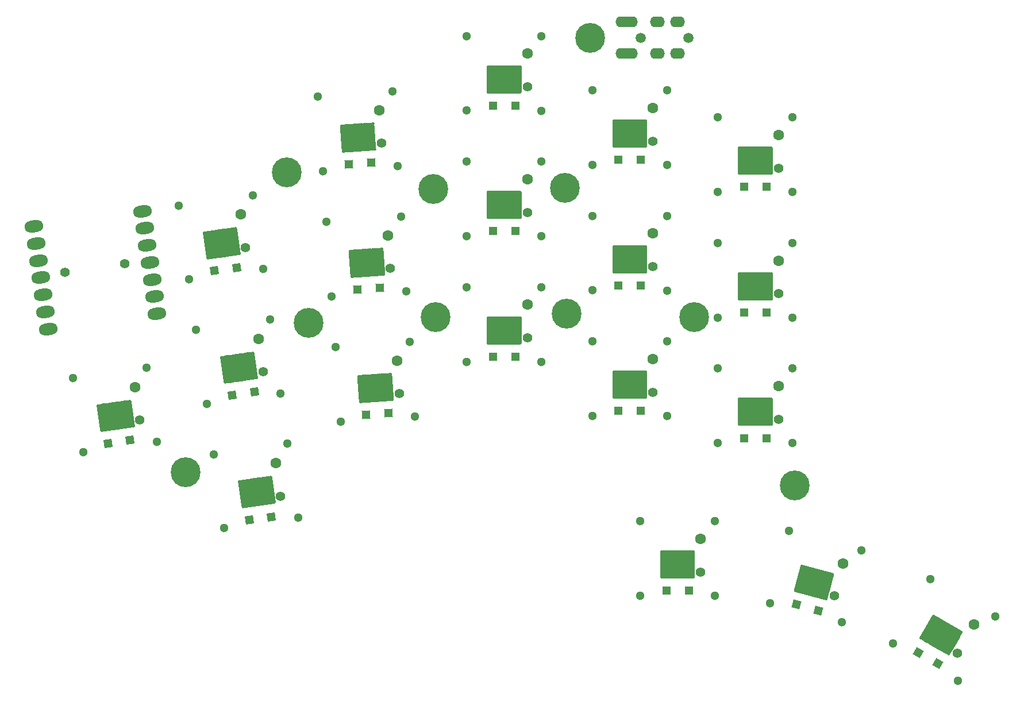
<source format=gts>
G04 #@! TF.GenerationSoftware,KiCad,Pcbnew,(6.0.7-1)-1*
G04 #@! TF.CreationDate,2023-01-14T03:29:51-05:00*
G04 #@! TF.ProjectId,musubi_rev2,6d757375-6269-45f7-9265-76322e6b6963,rev?*
G04 #@! TF.SameCoordinates,Original*
G04 #@! TF.FileFunction,Soldermask,Top*
G04 #@! TF.FilePolarity,Negative*
%FSLAX46Y46*%
G04 Gerber Fmt 4.6, Leading zero omitted, Abs format (unit mm)*
G04 Created by KiCad (PCBNEW (6.0.7-1)-1) date 2023-01-14 03:29:51*
%MOMM*%
%LPD*%
G01*
G04 APERTURE LIST*
G04 Aperture macros list*
%AMHorizOval*
0 Thick line with rounded ends*
0 $1 width*
0 $2 $3 position (X,Y) of the first rounded end (center of the circle)*
0 $4 $5 position (X,Y) of the second rounded end (center of the circle)*
0 Add line between two ends*
20,1,$1,$2,$3,$4,$5,0*
0 Add two circle primitives to create the rounded ends*
1,1,$1,$2,$3*
1,1,$1,$4,$5*%
%AMRotRect*
0 Rectangle, with rotation*
0 The origin of the aperture is its center*
0 $1 length*
0 $2 width*
0 $3 Rotation angle, in degrees counterclockwise*
0 Add horizontal line*
21,1,$1,$2,0,0,$3*%
G04 Aperture macros list end*
%ADD10R,1.200000X1.200000*%
%ADD11O,0.300000X4.100000*%
%ADD12C,1.300000*%
%ADD13O,5.100000X0.300000*%
%ADD14O,2.000000X4.100000*%
%ADD15O,5.100000X4.100000*%
%ADD16C,1.600000*%
%ADD17C,1.400000*%
%ADD18RotRect,1.200000X1.200000X184.000000*%
%ADD19C,1.500000*%
%ADD20O,2.200000X1.600000*%
%ADD21HorizOval,0.300000X2.376643X0.334015X-2.376643X-0.334015X0*%
%ADD22HorizOval,0.300000X-0.264429X1.881509X0.264429X-1.881509X0*%
%ADD23HorizOval,4.100000X0.495134X0.069587X-0.495134X-0.069587X0*%
%ADD24HorizOval,2.000000X-0.146132X1.039781X0.146132X-1.039781X0*%
%ADD25RotRect,1.200000X1.200000X188.000000*%
%ADD26C,4.400000*%
%ADD27C,2.600000*%
%ADD28HorizOval,0.300000X2.394154X0.167416X-2.394154X-0.167416X0*%
%ADD29HorizOval,0.300000X-0.132537X1.895372X0.132537X-1.895372X0*%
%ADD30HorizOval,2.000000X-0.073244X1.047442X0.073244X-1.047442X0*%
%ADD31HorizOval,4.100000X0.498782X0.034878X-0.498782X-0.034878X0*%
%ADD32HorizOval,2.000000X-0.525000X-0.909327X0.525000X0.909327X0*%
%ADD33HorizOval,0.300000X2.078461X-1.200000X-2.078461X1.200000X0*%
%ADD34HorizOval,4.100000X0.433013X-0.250000X-0.433013X0.250000X0*%
%ADD35HorizOval,0.300000X-0.950000X-1.645448X0.950000X1.645448X0*%
%ADD36HorizOval,1.800000X0.470377X0.066107X-0.470377X-0.066107X0*%
%ADD37HorizOval,1.800000X-0.470377X-0.066107X0.470377X0.066107X0*%
%ADD38C,1.397000*%
%ADD39RotRect,1.200000X1.200000X165.000000*%
%ADD40RotRect,1.200000X1.200000X150.000000*%
%ADD41HorizOval,0.300000X2.318222X-0.621166X-2.318222X0.621166X0*%
%ADD42HorizOval,4.100000X0.482963X-0.129410X-0.482963X0.129410X0*%
%ADD43HorizOval,0.300000X-0.491756X-1.835259X0.491756X1.835259X0*%
%ADD44HorizOval,2.000000X-0.271760X-1.014222X0.271760X1.014222X0*%
G04 APERTURE END LIST*
D10*
X154916364Y-98450848D03*
X151616364Y-98450848D03*
D11*
X155666363Y-57601074D03*
D12*
X158766355Y-62213246D03*
D13*
X153266363Y-59513410D03*
D12*
X147766371Y-62200910D03*
D14*
X154816363Y-57601074D03*
X154816363Y-57613410D03*
D15*
X153266363Y-57613410D03*
D14*
X151716363Y-57601074D03*
D15*
X153266363Y-57601074D03*
D12*
X147766355Y-51213246D03*
D13*
X153266363Y-55701074D03*
X153266363Y-55713410D03*
D11*
X150866363Y-57601074D03*
D14*
X151716363Y-57613410D03*
D13*
X153266363Y-59501074D03*
D11*
X155666363Y-57613410D03*
X150866363Y-57613410D03*
D12*
X158766371Y-51200910D03*
D16*
X156666371Y-53800910D03*
D17*
X156666371Y-58700910D03*
D18*
X117738655Y-98789460D03*
X114446693Y-99019656D03*
D10*
X136416439Y-53450910D03*
X133116439Y-53450910D03*
D19*
X154921384Y-43458942D03*
X161921384Y-43458942D03*
D20*
X152221384Y-41158942D03*
X152221384Y-45758942D03*
X153321384Y-41158942D03*
X153321384Y-45758942D03*
X157321384Y-45758942D03*
X157321384Y-41158942D03*
X160321384Y-45758942D03*
X160321384Y-41158942D03*
D10*
X173416327Y-65450912D03*
X170116327Y-65450912D03*
D13*
X160311604Y-119200947D03*
D14*
X161861604Y-121113283D03*
D12*
X154811612Y-125700783D03*
D15*
X160311604Y-121100947D03*
D11*
X157911604Y-121113283D03*
X162711604Y-121113283D03*
X157911604Y-121100947D03*
X162711604Y-121100947D03*
D12*
X165811612Y-114700783D03*
D13*
X160311604Y-123013283D03*
D14*
X158761604Y-121100947D03*
D15*
X160311604Y-121113283D03*
D14*
X161861604Y-121100947D03*
D12*
X154811596Y-114713119D03*
X165811596Y-125713119D03*
D13*
X160311604Y-123000947D03*
D14*
X158761604Y-121113283D03*
D13*
X160311604Y-119213283D03*
D16*
X163711612Y-117300783D03*
D17*
X163711612Y-122200783D03*
D21*
X98565661Y-112279575D03*
D22*
X95926305Y-110744297D03*
D12*
X104389588Y-114199901D03*
D23*
X98302948Y-110410282D03*
D24*
X99836147Y-110182347D03*
D12*
X93494939Y-115718587D03*
D24*
X96768033Y-110626000D03*
D22*
X100679592Y-110076266D03*
D21*
X98567377Y-112291791D03*
D24*
X99837864Y-110194563D03*
D21*
X98036803Y-108516556D03*
D12*
X102856983Y-103294734D03*
D23*
X98301232Y-110398066D03*
D21*
X98038520Y-108528772D03*
D22*
X100677875Y-110064050D03*
D12*
X91965735Y-104837857D03*
D22*
X95924588Y-110732081D03*
D24*
X96766316Y-110613784D03*
D16*
X101139270Y-106161695D03*
D17*
X101821219Y-111014008D03*
D25*
X100455326Y-114079306D03*
X97187442Y-114538578D03*
D10*
X173416324Y-83950865D03*
X170116324Y-83950865D03*
D26*
X87847591Y-107505962D03*
D27*
X87847591Y-107505962D03*
D28*
X115956668Y-96959457D03*
D29*
X118219145Y-94908976D03*
D12*
X110658404Y-100036376D03*
D28*
X115692453Y-93181020D03*
D30*
X117371215Y-94968269D03*
D28*
X115957528Y-96971763D03*
D12*
X109891928Y-89075479D03*
D30*
X117370355Y-94955963D03*
D29*
X118218284Y-94896670D03*
X113430837Y-95243807D03*
D12*
X121632453Y-99281362D03*
D31*
X115824130Y-95064085D03*
D30*
X114278767Y-95184514D03*
D12*
X120864288Y-88295851D03*
D29*
X113429977Y-95231501D03*
D31*
X115824991Y-95076391D03*
D28*
X115691593Y-93168714D03*
D30*
X114277906Y-95172208D03*
D16*
X118950770Y-91036006D03*
D17*
X119292577Y-95924070D03*
D32*
X197801098Y-130743141D03*
D33*
X198199605Y-133152906D03*
D34*
X199143437Y-131518141D03*
D33*
X200093437Y-129872693D03*
D32*
X197807266Y-130732458D03*
D35*
X197064976Y-130318141D03*
D33*
X198193437Y-133163589D03*
D12*
X207112834Y-128714757D03*
D34*
X199149605Y-131507458D03*
D35*
X201221898Y-132718141D03*
X197071144Y-130307458D03*
D32*
X200491944Y-132282458D03*
D12*
X197580372Y-123225433D03*
D32*
X200485776Y-132293141D03*
D12*
X192086554Y-132741037D03*
D35*
X201228066Y-132707458D03*
D33*
X200099605Y-129862010D03*
D12*
X201606652Y-138251712D03*
D16*
X203994180Y-129916423D03*
D17*
X201544180Y-134159948D03*
D24*
X79072644Y-98962847D03*
D21*
X77273300Y-97297056D03*
D12*
X82093480Y-92075234D03*
D22*
X79914372Y-98844550D03*
D12*
X71202232Y-93618357D03*
D22*
X75161085Y-99512581D03*
D12*
X83626085Y-102980401D03*
D21*
X77802158Y-101060075D03*
D22*
X79916089Y-98856766D03*
D23*
X77539445Y-99190782D03*
D21*
X77803874Y-101072291D03*
D24*
X79074361Y-98975063D03*
D23*
X77537729Y-99178566D03*
D24*
X76004530Y-99406500D03*
D22*
X75162802Y-99524797D03*
D24*
X76002813Y-99394284D03*
D12*
X72731436Y-104499087D03*
D21*
X77275017Y-97309272D03*
D16*
X80375767Y-94942195D03*
D17*
X81057716Y-99794508D03*
D27*
X147421386Y-43508943D03*
D26*
X147421386Y-43508943D03*
X102747592Y-63305961D03*
D27*
X102747592Y-63305961D03*
D26*
X162773799Y-84602981D03*
X124673799Y-84602981D03*
X143723799Y-65552981D03*
D14*
X170216325Y-98600992D03*
D13*
X171766325Y-100513328D03*
D11*
X169366325Y-98613328D03*
D12*
X177266333Y-92200828D03*
D11*
X174166325Y-98613328D03*
D13*
X171766325Y-96713328D03*
D11*
X174166325Y-98600992D03*
D15*
X171766325Y-98613328D03*
X171766325Y-98600992D03*
D13*
X171766325Y-100500992D03*
D12*
X166266317Y-92213164D03*
D14*
X173316325Y-98613328D03*
D12*
X177266317Y-103213164D03*
D11*
X169366325Y-98600992D03*
D12*
X166266333Y-103200828D03*
D13*
X171766325Y-96700992D03*
D14*
X173316325Y-98600992D03*
X170216325Y-98613328D03*
D16*
X175166333Y-94800828D03*
D17*
X175166333Y-99700828D03*
D10*
X136421404Y-90450920D03*
X133121404Y-90450920D03*
D18*
X115157635Y-61879640D03*
X111865673Y-62109836D03*
D13*
X134766440Y-47713425D03*
X134766440Y-47701089D03*
X134766440Y-51501089D03*
D12*
X129266432Y-43213261D03*
D14*
X133216440Y-49613425D03*
D13*
X134766440Y-51513425D03*
D14*
X136316440Y-49613425D03*
D15*
X134766440Y-49613425D03*
D11*
X132366440Y-49601089D03*
X132366440Y-49613425D03*
D12*
X129266448Y-54200925D03*
D11*
X137166440Y-49613425D03*
D15*
X134766440Y-49601089D03*
D14*
X136316440Y-49601089D03*
D12*
X140266432Y-54213261D03*
D11*
X137166440Y-49601089D03*
D14*
X133216440Y-49601089D03*
D12*
X140266448Y-43200925D03*
D16*
X138166448Y-45800925D03*
D17*
X138166448Y-50700925D03*
D21*
X95990960Y-93959651D03*
D23*
X95726531Y-92078142D03*
D21*
X95992676Y-93971867D03*
D24*
X97261446Y-91862423D03*
D22*
X93351604Y-92424373D03*
D23*
X95728247Y-92090358D03*
D22*
X98104891Y-91756342D03*
D21*
X95462102Y-90196632D03*
D24*
X94193332Y-92306076D03*
D21*
X95463819Y-90208848D03*
D12*
X89391034Y-86517933D03*
X101814887Y-95879977D03*
D22*
X93349887Y-92412157D03*
D12*
X90920238Y-97398663D03*
D24*
X94191615Y-92293860D03*
D22*
X98103174Y-91744126D03*
D24*
X97263163Y-91874639D03*
D12*
X100282282Y-84974810D03*
D16*
X98564569Y-87841771D03*
D17*
X99246518Y-92694084D03*
D13*
X134766414Y-66201075D03*
D15*
X134766414Y-68113411D03*
D14*
X136316414Y-68101075D03*
D13*
X134766414Y-70001075D03*
D14*
X133216414Y-68113411D03*
D11*
X137166414Y-68113411D03*
D14*
X133216414Y-68101075D03*
D13*
X134766414Y-70013411D03*
D15*
X134766414Y-68101075D03*
D12*
X140266422Y-61700911D03*
X140266406Y-72713247D03*
D11*
X137166414Y-68101075D03*
D14*
X136316414Y-68113411D03*
D12*
X129266406Y-61713247D03*
D11*
X132366414Y-68101075D03*
D13*
X134766414Y-66213411D03*
D12*
X129266422Y-72700911D03*
D11*
X132366414Y-68113411D03*
D16*
X138166422Y-64300911D03*
D17*
X138166422Y-69200911D03*
D36*
X65444665Y-71289706D03*
X65798165Y-73804987D03*
X66151665Y-76320268D03*
X66505164Y-78835549D03*
X66858664Y-81350830D03*
X67212164Y-83866111D03*
X67565663Y-86381392D03*
D37*
X83598103Y-84128180D03*
X83244603Y-81612899D03*
X82891103Y-79097618D03*
X82537604Y-76582337D03*
X82184104Y-74067056D03*
X81830604Y-71551775D03*
X81477105Y-69036494D03*
D38*
X70075525Y-78013652D03*
X78874752Y-76777002D03*
D10*
X173416321Y-102463166D03*
X170116321Y-102463166D03*
X154916363Y-79950864D03*
X151616363Y-79950864D03*
D39*
X181030919Y-127864012D03*
X177843363Y-127009910D03*
D13*
X171766325Y-82013365D03*
D12*
X177266333Y-73700865D03*
D15*
X171766325Y-80101029D03*
D11*
X174166325Y-80101029D03*
X169366325Y-80101029D03*
D13*
X171766325Y-78213365D03*
D14*
X170216325Y-80101029D03*
D11*
X169366325Y-80113365D03*
D14*
X173316325Y-80113365D03*
D12*
X166266333Y-84700865D03*
X177266317Y-84713201D03*
D11*
X174166325Y-80113365D03*
D12*
X166266317Y-73713201D03*
D13*
X171766325Y-78201029D03*
D14*
X170216325Y-80113365D03*
X173316325Y-80101029D03*
D15*
X171766325Y-80113365D03*
D13*
X171766325Y-82001029D03*
D16*
X175166333Y-76300865D03*
D17*
X175166333Y-81200865D03*
D25*
X95323322Y-77353165D03*
X92055438Y-77812437D03*
D12*
X166266333Y-66200903D03*
X177266317Y-66213239D03*
D14*
X173316325Y-61613403D03*
D15*
X171766325Y-61613403D03*
X171766325Y-61601067D03*
D14*
X173316325Y-61601067D03*
D11*
X174166325Y-61601067D03*
D14*
X170216325Y-61613403D03*
D12*
X166266317Y-55213239D03*
X177266333Y-55200903D03*
D13*
X171766325Y-63513403D03*
D11*
X174166325Y-61613403D03*
D13*
X171766325Y-59713403D03*
X171766325Y-59701067D03*
D11*
X169366325Y-61613403D03*
D14*
X170216325Y-61601067D03*
D11*
X169366325Y-61601067D03*
D13*
X171766325Y-63501067D03*
D16*
X175166333Y-57800903D03*
D17*
X175166333Y-62700903D03*
D12*
X88345588Y-79078734D03*
D24*
X94688513Y-73554710D03*
D22*
X90776954Y-74104444D03*
D21*
X93416310Y-75639722D03*
D12*
X99240237Y-77560048D03*
D21*
X92887452Y-71876703D03*
D22*
X95530241Y-73436413D03*
X90775237Y-74092228D03*
D24*
X94686796Y-73542494D03*
D23*
X93151881Y-73758213D03*
D21*
X93418026Y-75651938D03*
D12*
X97707632Y-66654881D03*
D21*
X92889169Y-71888919D03*
D12*
X86816384Y-68198004D03*
D24*
X91618682Y-73986147D03*
X91616965Y-73973931D03*
D23*
X93153597Y-73770429D03*
D22*
X95528524Y-73424197D03*
D16*
X95989919Y-69521842D03*
D17*
X96671868Y-74374155D03*
D18*
X116448144Y-80334548D03*
X113156182Y-80564744D03*
D13*
X153266362Y-74213374D03*
D14*
X154816362Y-76101038D03*
X151716362Y-76101038D03*
D13*
X153266362Y-74201038D03*
D12*
X147766354Y-69713210D03*
D13*
X153266362Y-78001038D03*
D12*
X158766354Y-80713210D03*
D11*
X150866362Y-76101038D03*
D14*
X154816362Y-76113374D03*
X151716362Y-76113374D03*
D12*
X147766370Y-80700874D03*
D11*
X155666362Y-76113374D03*
D12*
X158766370Y-69700874D03*
D11*
X155666362Y-76101038D03*
D15*
X153266362Y-76113374D03*
D11*
X150866362Y-76113374D03*
D15*
X153266362Y-76101038D03*
D13*
X153266362Y-78013374D03*
D16*
X156666370Y-72300874D03*
D17*
X156666370Y-77200874D03*
D10*
X161961606Y-124950782D03*
X158661606Y-124950782D03*
D40*
X198639406Y-135700633D03*
X195781522Y-134050633D03*
D10*
X154916360Y-61450901D03*
X151616360Y-61450901D03*
D11*
X150866361Y-94613336D03*
X150866361Y-94601000D03*
D13*
X153266361Y-92713336D03*
D14*
X151716361Y-94601000D03*
D15*
X153266361Y-94601000D03*
D12*
X158766353Y-99213172D03*
D14*
X151716361Y-94613336D03*
D15*
X153266361Y-94613336D03*
D12*
X158766369Y-88200836D03*
D14*
X154816361Y-94613336D03*
D11*
X155666361Y-94613336D03*
D13*
X153266361Y-96501000D03*
D12*
X147766353Y-88213172D03*
D13*
X153266361Y-92701000D03*
D14*
X154816361Y-94601000D03*
D13*
X153266361Y-96513336D03*
D12*
X147766369Y-99200836D03*
D11*
X155666361Y-94601000D03*
D16*
X156666369Y-90800836D03*
D17*
X156666369Y-95700836D03*
D25*
X97955327Y-95679306D03*
X94687443Y-96138578D03*
D14*
X136316405Y-86613416D03*
D11*
X132366405Y-86601080D03*
D14*
X133216405Y-86601080D03*
D12*
X129266413Y-91200916D03*
D13*
X134766405Y-84701080D03*
D12*
X129266397Y-80213252D03*
D13*
X134766405Y-88513416D03*
D14*
X133216405Y-86613416D03*
D11*
X137166405Y-86613416D03*
D13*
X134766405Y-88501080D03*
D14*
X136316405Y-86601080D03*
D12*
X140266397Y-91213252D03*
D11*
X132366405Y-86613416D03*
D13*
X134766405Y-84713416D03*
D11*
X137166405Y-86601080D03*
D12*
X140266413Y-80200916D03*
D15*
X134766405Y-86613416D03*
X134766405Y-86601080D03*
D16*
X138166413Y-82800916D03*
D17*
X138166413Y-87700916D03*
D29*
X116927768Y-76441772D03*
D12*
X108601412Y-70620581D03*
D30*
X116079839Y-76501065D03*
D12*
X119573772Y-69840953D03*
D31*
X114534475Y-76621493D03*
X114533614Y-76609187D03*
D30*
X112987390Y-76717310D03*
D29*
X112140321Y-76788909D03*
D30*
X112988251Y-76729616D03*
D12*
X109367888Y-81581478D03*
D28*
X114667012Y-78516865D03*
D12*
X120341937Y-80826464D03*
D29*
X112139461Y-76776603D03*
X116928629Y-76454078D03*
D28*
X114666152Y-78504559D03*
X114401077Y-74713816D03*
X114401937Y-74726122D03*
D30*
X116080699Y-76513371D03*
D16*
X117660254Y-72581108D03*
D17*
X118002061Y-77469172D03*
D10*
X136416417Y-71950924D03*
X133116417Y-71950924D03*
D26*
X143985987Y-84141126D03*
X105909197Y-85470796D03*
X124282757Y-65767566D03*
D41*
X179923762Y-125582928D03*
X180904082Y-121924325D03*
D42*
X180412326Y-123759584D03*
D43*
X178094104Y-123138419D03*
D41*
X179920569Y-125594843D03*
D12*
X176756210Y-116153994D03*
X184534385Y-129626187D03*
X187384603Y-118989092D03*
X173912409Y-126767266D03*
D42*
X180415518Y-123747669D03*
D41*
X180907275Y-121912410D03*
D43*
X178097296Y-123126503D03*
D44*
X181912703Y-124148838D03*
X181909511Y-124160754D03*
D43*
X182730548Y-124380750D03*
X182733740Y-124368834D03*
D44*
X178915141Y-123358415D03*
X178918333Y-123346499D03*
D16*
X184683229Y-120956979D03*
D17*
X183415015Y-125690015D03*
D26*
X177547591Y-109405962D03*
D27*
X177547591Y-109405962D03*
D25*
X79655326Y-102779307D03*
X76387442Y-103238579D03*
D28*
X113111424Y-56271226D03*
D12*
X118283259Y-51386057D03*
D29*
X110849808Y-58334013D03*
X115637255Y-57986876D03*
D12*
X107310899Y-52165685D03*
D29*
X110848948Y-58321707D03*
D28*
X113110564Y-56258920D03*
X113376499Y-60061969D03*
D30*
X114789326Y-58046169D03*
X114790186Y-58058475D03*
D29*
X115638116Y-57999182D03*
D31*
X113243101Y-58154291D03*
D28*
X113375639Y-60049663D03*
D31*
X113243962Y-58166597D03*
D12*
X108077375Y-63126582D03*
D30*
X111697738Y-58274720D03*
X111696877Y-58262414D03*
D12*
X119051424Y-62371568D03*
D16*
X116369741Y-54126212D03*
D17*
X116711548Y-59014276D03*
M02*

</source>
